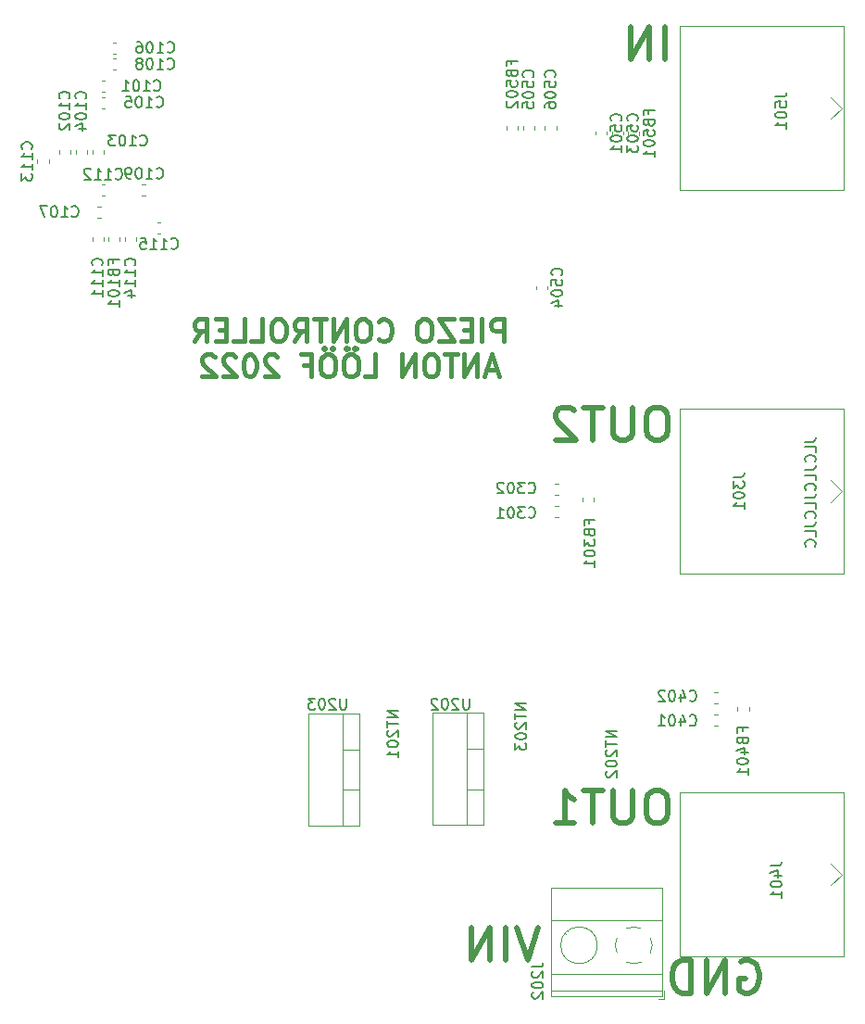
<source format=gbr>
%TF.GenerationSoftware,KiCad,Pcbnew,(6.0.0)*%
%TF.CreationDate,2022-02-27T22:59:39+01:00*%
%TF.ProjectId,board,626f6172-642e-46b6-9963-61645f706362,rev?*%
%TF.SameCoordinates,Original*%
%TF.FileFunction,Legend,Bot*%
%TF.FilePolarity,Positive*%
%FSLAX46Y46*%
G04 Gerber Fmt 4.6, Leading zero omitted, Abs format (unit mm)*
G04 Created by KiCad (PCBNEW (6.0.0)) date 2022-02-27 22:59:39*
%MOMM*%
%LPD*%
G01*
G04 APERTURE LIST*
%ADD10C,0.400000*%
%ADD11C,0.500000*%
%ADD12C,0.200000*%
%ADD13C,0.150000*%
%ADD14C,0.120000*%
G04 APERTURE END LIST*
D10*
X203095238Y-56794761D02*
X203095238Y-54794761D01*
X202333333Y-54794761D01*
X202142857Y-54890000D01*
X202047619Y-54985238D01*
X201952380Y-55175714D01*
X201952380Y-55461428D01*
X202047619Y-55651904D01*
X202142857Y-55747142D01*
X202333333Y-55842380D01*
X203095238Y-55842380D01*
X201095238Y-56794761D02*
X201095238Y-54794761D01*
X200142857Y-55747142D02*
X199476190Y-55747142D01*
X199190476Y-56794761D02*
X200142857Y-56794761D01*
X200142857Y-54794761D01*
X199190476Y-54794761D01*
X198523809Y-54794761D02*
X197190476Y-54794761D01*
X198523809Y-56794761D01*
X197190476Y-56794761D01*
X196047619Y-54794761D02*
X195666666Y-54794761D01*
X195476190Y-54890000D01*
X195285714Y-55080476D01*
X195190476Y-55461428D01*
X195190476Y-56128095D01*
X195285714Y-56509047D01*
X195476190Y-56699523D01*
X195666666Y-56794761D01*
X196047619Y-56794761D01*
X196238095Y-56699523D01*
X196428571Y-56509047D01*
X196523809Y-56128095D01*
X196523809Y-55461428D01*
X196428571Y-55080476D01*
X196238095Y-54890000D01*
X196047619Y-54794761D01*
X191666666Y-56604285D02*
X191761904Y-56699523D01*
X192047619Y-56794761D01*
X192238095Y-56794761D01*
X192523809Y-56699523D01*
X192714285Y-56509047D01*
X192809523Y-56318571D01*
X192904761Y-55937619D01*
X192904761Y-55651904D01*
X192809523Y-55270952D01*
X192714285Y-55080476D01*
X192523809Y-54890000D01*
X192238095Y-54794761D01*
X192047619Y-54794761D01*
X191761904Y-54890000D01*
X191666666Y-54985238D01*
X190428571Y-54794761D02*
X190047619Y-54794761D01*
X189857142Y-54890000D01*
X189666666Y-55080476D01*
X189571428Y-55461428D01*
X189571428Y-56128095D01*
X189666666Y-56509047D01*
X189857142Y-56699523D01*
X190047619Y-56794761D01*
X190428571Y-56794761D01*
X190619047Y-56699523D01*
X190809523Y-56509047D01*
X190904761Y-56128095D01*
X190904761Y-55461428D01*
X190809523Y-55080476D01*
X190619047Y-54890000D01*
X190428571Y-54794761D01*
X188714285Y-56794761D02*
X188714285Y-54794761D01*
X187571428Y-56794761D01*
X187571428Y-54794761D01*
X186904761Y-54794761D02*
X185761904Y-54794761D01*
X186333333Y-56794761D02*
X186333333Y-54794761D01*
X183952380Y-56794761D02*
X184619047Y-55842380D01*
X185095238Y-56794761D02*
X185095238Y-54794761D01*
X184333333Y-54794761D01*
X184142857Y-54890000D01*
X184047619Y-54985238D01*
X183952380Y-55175714D01*
X183952380Y-55461428D01*
X184047619Y-55651904D01*
X184142857Y-55747142D01*
X184333333Y-55842380D01*
X185095238Y-55842380D01*
X182714285Y-54794761D02*
X182333333Y-54794761D01*
X182142857Y-54890000D01*
X181952380Y-55080476D01*
X181857142Y-55461428D01*
X181857142Y-56128095D01*
X181952380Y-56509047D01*
X182142857Y-56699523D01*
X182333333Y-56794761D01*
X182714285Y-56794761D01*
X182904761Y-56699523D01*
X183095238Y-56509047D01*
X183190476Y-56128095D01*
X183190476Y-55461428D01*
X183095238Y-55080476D01*
X182904761Y-54890000D01*
X182714285Y-54794761D01*
X180047619Y-56794761D02*
X181000000Y-56794761D01*
X181000000Y-54794761D01*
X178428571Y-56794761D02*
X179380952Y-56794761D01*
X179380952Y-54794761D01*
X177761904Y-55747142D02*
X177095238Y-55747142D01*
X176809523Y-56794761D02*
X177761904Y-56794761D01*
X177761904Y-54794761D01*
X176809523Y-54794761D01*
X174809523Y-56794761D02*
X175476190Y-55842380D01*
X175952380Y-56794761D02*
X175952380Y-54794761D01*
X175190476Y-54794761D01*
X175000000Y-54890000D01*
X174904761Y-54985238D01*
X174809523Y-55175714D01*
X174809523Y-55461428D01*
X174904761Y-55651904D01*
X175000000Y-55747142D01*
X175190476Y-55842380D01*
X175952380Y-55842380D01*
X202476190Y-59443333D02*
X201523809Y-59443333D01*
X202666666Y-60014761D02*
X202000000Y-58014761D01*
X201333333Y-60014761D01*
X200666666Y-60014761D02*
X200666666Y-58014761D01*
X199523809Y-60014761D01*
X199523809Y-58014761D01*
X198857142Y-58014761D02*
X197714285Y-58014761D01*
X198285714Y-60014761D02*
X198285714Y-58014761D01*
X196666666Y-58014761D02*
X196285714Y-58014761D01*
X196095238Y-58110000D01*
X195904761Y-58300476D01*
X195809523Y-58681428D01*
X195809523Y-59348095D01*
X195904761Y-59729047D01*
X196095238Y-59919523D01*
X196285714Y-60014761D01*
X196666666Y-60014761D01*
X196857142Y-59919523D01*
X197047619Y-59729047D01*
X197142857Y-59348095D01*
X197142857Y-58681428D01*
X197047619Y-58300476D01*
X196857142Y-58110000D01*
X196666666Y-58014761D01*
X194952380Y-60014761D02*
X194952380Y-58014761D01*
X193809523Y-60014761D01*
X193809523Y-58014761D01*
X190380952Y-60014761D02*
X191333333Y-60014761D01*
X191333333Y-58014761D01*
X189333333Y-58014761D02*
X188952380Y-58014761D01*
X188761904Y-58110000D01*
X188571428Y-58300476D01*
X188476190Y-58681428D01*
X188476190Y-59348095D01*
X188571428Y-59729047D01*
X188761904Y-59919523D01*
X188952380Y-60014761D01*
X189333333Y-60014761D01*
X189523809Y-59919523D01*
X189714285Y-59729047D01*
X189809523Y-59348095D01*
X189809523Y-58681428D01*
X189714285Y-58300476D01*
X189523809Y-58110000D01*
X189333333Y-58014761D01*
X189523809Y-57348095D02*
X189428571Y-57443333D01*
X189523809Y-57538571D01*
X189619047Y-57443333D01*
X189523809Y-57348095D01*
X189523809Y-57538571D01*
X188761904Y-57348095D02*
X188666666Y-57443333D01*
X188761904Y-57538571D01*
X188857142Y-57443333D01*
X188761904Y-57348095D01*
X188761904Y-57538571D01*
X187238095Y-58014761D02*
X186857142Y-58014761D01*
X186666666Y-58110000D01*
X186476190Y-58300476D01*
X186380952Y-58681428D01*
X186380952Y-59348095D01*
X186476190Y-59729047D01*
X186666666Y-59919523D01*
X186857142Y-60014761D01*
X187238095Y-60014761D01*
X187428571Y-59919523D01*
X187619047Y-59729047D01*
X187714285Y-59348095D01*
X187714285Y-58681428D01*
X187619047Y-58300476D01*
X187428571Y-58110000D01*
X187238095Y-58014761D01*
X187428571Y-57348095D02*
X187333333Y-57443333D01*
X187428571Y-57538571D01*
X187523809Y-57443333D01*
X187428571Y-57348095D01*
X187428571Y-57538571D01*
X186666666Y-57348095D02*
X186571428Y-57443333D01*
X186666666Y-57538571D01*
X186761904Y-57443333D01*
X186666666Y-57348095D01*
X186666666Y-57538571D01*
X184857142Y-58967142D02*
X185523809Y-58967142D01*
X185523809Y-60014761D02*
X185523809Y-58014761D01*
X184571428Y-58014761D01*
X182380952Y-58205238D02*
X182285714Y-58110000D01*
X182095238Y-58014761D01*
X181619047Y-58014761D01*
X181428571Y-58110000D01*
X181333333Y-58205238D01*
X181238095Y-58395714D01*
X181238095Y-58586190D01*
X181333333Y-58871904D01*
X182476190Y-60014761D01*
X181238095Y-60014761D01*
X180000000Y-58014761D02*
X179809523Y-58014761D01*
X179619047Y-58110000D01*
X179523809Y-58205238D01*
X179428571Y-58395714D01*
X179333333Y-58776666D01*
X179333333Y-59252857D01*
X179428571Y-59633809D01*
X179523809Y-59824285D01*
X179619047Y-59919523D01*
X179809523Y-60014761D01*
X180000000Y-60014761D01*
X180190476Y-59919523D01*
X180285714Y-59824285D01*
X180380952Y-59633809D01*
X180476190Y-59252857D01*
X180476190Y-58776666D01*
X180380952Y-58395714D01*
X180285714Y-58205238D01*
X180190476Y-58110000D01*
X180000000Y-58014761D01*
X178571428Y-58205238D02*
X178476190Y-58110000D01*
X178285714Y-58014761D01*
X177809523Y-58014761D01*
X177619047Y-58110000D01*
X177523809Y-58205238D01*
X177428571Y-58395714D01*
X177428571Y-58586190D01*
X177523809Y-58871904D01*
X178666666Y-60014761D01*
X177428571Y-60014761D01*
X176666666Y-58205238D02*
X176571428Y-58110000D01*
X176380952Y-58014761D01*
X175904761Y-58014761D01*
X175714285Y-58110000D01*
X175619047Y-58205238D01*
X175523809Y-58395714D01*
X175523809Y-58586190D01*
X175619047Y-58871904D01*
X176761904Y-60014761D01*
X175523809Y-60014761D01*
D11*
X224785714Y-113500000D02*
X225071428Y-113357142D01*
X225500000Y-113357142D01*
X225928571Y-113500000D01*
X226214285Y-113785714D01*
X226357142Y-114071428D01*
X226500000Y-114642857D01*
X226500000Y-115071428D01*
X226357142Y-115642857D01*
X226214285Y-115928571D01*
X225928571Y-116214285D01*
X225500000Y-116357142D01*
X225214285Y-116357142D01*
X224785714Y-116214285D01*
X224642857Y-116071428D01*
X224642857Y-115071428D01*
X225214285Y-115071428D01*
X223357142Y-116357142D02*
X223357142Y-113357142D01*
X221642857Y-116357142D01*
X221642857Y-113357142D01*
X220214285Y-116357142D02*
X220214285Y-113357142D01*
X219500000Y-113357142D01*
X219071428Y-113500000D01*
X218785714Y-113785714D01*
X218642857Y-114071428D01*
X218500000Y-114642857D01*
X218500000Y-115071428D01*
X218642857Y-115642857D01*
X218785714Y-115928571D01*
X219071428Y-116214285D01*
X219500000Y-116357142D01*
X220214285Y-116357142D01*
X206285714Y-110357142D02*
X205285714Y-113357142D01*
X204285714Y-110357142D01*
X203285714Y-113357142D02*
X203285714Y-110357142D01*
X201857142Y-113357142D02*
X201857142Y-110357142D01*
X200142857Y-113357142D01*
X200142857Y-110357142D01*
X217428571Y-97857142D02*
X216857142Y-97857142D01*
X216571428Y-98000000D01*
X216285714Y-98285714D01*
X216142857Y-98857142D01*
X216142857Y-99857142D01*
X216285714Y-100428571D01*
X216571428Y-100714285D01*
X216857142Y-100857142D01*
X217428571Y-100857142D01*
X217714285Y-100714285D01*
X218000000Y-100428571D01*
X218142857Y-99857142D01*
X218142857Y-98857142D01*
X218000000Y-98285714D01*
X217714285Y-98000000D01*
X217428571Y-97857142D01*
X214857142Y-97857142D02*
X214857142Y-100285714D01*
X214714285Y-100571428D01*
X214571428Y-100714285D01*
X214285714Y-100857142D01*
X213714285Y-100857142D01*
X213428571Y-100714285D01*
X213285714Y-100571428D01*
X213142857Y-100285714D01*
X213142857Y-97857142D01*
X212142857Y-97857142D02*
X210428571Y-97857142D01*
X211285714Y-100857142D02*
X211285714Y-97857142D01*
X207857142Y-100857142D02*
X209571428Y-100857142D01*
X208714285Y-100857142D02*
X208714285Y-97857142D01*
X209000000Y-98285714D01*
X209285714Y-98571428D01*
X209571428Y-98714285D01*
X217428571Y-62857142D02*
X216857142Y-62857142D01*
X216571428Y-63000000D01*
X216285714Y-63285714D01*
X216142857Y-63857142D01*
X216142857Y-64857142D01*
X216285714Y-65428571D01*
X216571428Y-65714285D01*
X216857142Y-65857142D01*
X217428571Y-65857142D01*
X217714285Y-65714285D01*
X218000000Y-65428571D01*
X218142857Y-64857142D01*
X218142857Y-63857142D01*
X218000000Y-63285714D01*
X217714285Y-63000000D01*
X217428571Y-62857142D01*
X214857142Y-62857142D02*
X214857142Y-65285714D01*
X214714285Y-65571428D01*
X214571428Y-65714285D01*
X214285714Y-65857142D01*
X213714285Y-65857142D01*
X213428571Y-65714285D01*
X213285714Y-65571428D01*
X213142857Y-65285714D01*
X213142857Y-62857142D01*
X212142857Y-62857142D02*
X210428571Y-62857142D01*
X211285714Y-65857142D02*
X211285714Y-62857142D01*
X209571428Y-63142857D02*
X209428571Y-63000000D01*
X209142857Y-62857142D01*
X208428571Y-62857142D01*
X208142857Y-63000000D01*
X208000000Y-63142857D01*
X207857142Y-63428571D01*
X207857142Y-63714285D01*
X208000000Y-64142857D01*
X209714285Y-65857142D01*
X207857142Y-65857142D01*
X217871428Y-31057142D02*
X217871428Y-28057142D01*
X216442857Y-31057142D02*
X216442857Y-28057142D01*
X214728571Y-31057142D01*
X214728571Y-28057142D01*
D12*
X230652380Y-65980952D02*
X231366666Y-65980952D01*
X231509523Y-65933333D01*
X231604761Y-65838095D01*
X231652380Y-65695238D01*
X231652380Y-65600000D01*
X231652380Y-66933333D02*
X231652380Y-66457142D01*
X230652380Y-66457142D01*
X231557142Y-67838095D02*
X231604761Y-67790476D01*
X231652380Y-67647619D01*
X231652380Y-67552380D01*
X231604761Y-67409523D01*
X231509523Y-67314285D01*
X231414285Y-67266666D01*
X231223809Y-67219047D01*
X231080952Y-67219047D01*
X230890476Y-67266666D01*
X230795238Y-67314285D01*
X230700000Y-67409523D01*
X230652380Y-67552380D01*
X230652380Y-67647619D01*
X230700000Y-67790476D01*
X230747619Y-67838095D01*
X230652380Y-68552380D02*
X231366666Y-68552380D01*
X231509523Y-68504761D01*
X231604761Y-68409523D01*
X231652380Y-68266666D01*
X231652380Y-68171428D01*
X231652380Y-69504761D02*
X231652380Y-69028571D01*
X230652380Y-69028571D01*
X231557142Y-70409523D02*
X231604761Y-70361904D01*
X231652380Y-70219047D01*
X231652380Y-70123809D01*
X231604761Y-69980952D01*
X231509523Y-69885714D01*
X231414285Y-69838095D01*
X231223809Y-69790476D01*
X231080952Y-69790476D01*
X230890476Y-69838095D01*
X230795238Y-69885714D01*
X230700000Y-69980952D01*
X230652380Y-70123809D01*
X230652380Y-70219047D01*
X230700000Y-70361904D01*
X230747619Y-70409523D01*
X230652380Y-71123809D02*
X231366666Y-71123809D01*
X231509523Y-71076190D01*
X231604761Y-70980952D01*
X231652380Y-70838095D01*
X231652380Y-70742857D01*
X231652380Y-72076190D02*
X231652380Y-71600000D01*
X230652380Y-71600000D01*
X231557142Y-72980952D02*
X231604761Y-72933333D01*
X231652380Y-72790476D01*
X231652380Y-72695238D01*
X231604761Y-72552380D01*
X231509523Y-72457142D01*
X231414285Y-72409523D01*
X231223809Y-72361904D01*
X231080952Y-72361904D01*
X230890476Y-72409523D01*
X230795238Y-72457142D01*
X230700000Y-72552380D01*
X230652380Y-72695238D01*
X230652380Y-72790476D01*
X230700000Y-72933333D01*
X230747619Y-72980952D01*
X230652380Y-73695238D02*
X231366666Y-73695238D01*
X231509523Y-73647619D01*
X231604761Y-73552380D01*
X231652380Y-73409523D01*
X231652380Y-73314285D01*
X231652380Y-74647619D02*
X231652380Y-74171428D01*
X230652380Y-74171428D01*
X231557142Y-75552380D02*
X231604761Y-75504761D01*
X231652380Y-75361904D01*
X231652380Y-75266666D01*
X231604761Y-75123809D01*
X231509523Y-75028571D01*
X231414285Y-74980952D01*
X231223809Y-74933333D01*
X231080952Y-74933333D01*
X230890476Y-74980952D01*
X230795238Y-75028571D01*
X230700000Y-75123809D01*
X230652380Y-75266666D01*
X230652380Y-75361904D01*
X230700000Y-75504761D01*
X230747619Y-75552380D01*
D13*
%TO.C,FB501*%
X216358571Y-36014285D02*
X216358571Y-35680952D01*
X216882380Y-35680952D02*
X215882380Y-35680952D01*
X215882380Y-36157142D01*
X216358571Y-36871428D02*
X216406190Y-37014285D01*
X216453809Y-37061904D01*
X216549047Y-37109523D01*
X216691904Y-37109523D01*
X216787142Y-37061904D01*
X216834761Y-37014285D01*
X216882380Y-36919047D01*
X216882380Y-36538095D01*
X215882380Y-36538095D01*
X215882380Y-36871428D01*
X215930000Y-36966666D01*
X215977619Y-37014285D01*
X216072857Y-37061904D01*
X216168095Y-37061904D01*
X216263333Y-37014285D01*
X216310952Y-36966666D01*
X216358571Y-36871428D01*
X216358571Y-36538095D01*
X215882380Y-38014285D02*
X215882380Y-37538095D01*
X216358571Y-37490476D01*
X216310952Y-37538095D01*
X216263333Y-37633333D01*
X216263333Y-37871428D01*
X216310952Y-37966666D01*
X216358571Y-38014285D01*
X216453809Y-38061904D01*
X216691904Y-38061904D01*
X216787142Y-38014285D01*
X216834761Y-37966666D01*
X216882380Y-37871428D01*
X216882380Y-37633333D01*
X216834761Y-37538095D01*
X216787142Y-37490476D01*
X215882380Y-38680952D02*
X215882380Y-38776190D01*
X215930000Y-38871428D01*
X215977619Y-38919047D01*
X216072857Y-38966666D01*
X216263333Y-39014285D01*
X216501428Y-39014285D01*
X216691904Y-38966666D01*
X216787142Y-38919047D01*
X216834761Y-38871428D01*
X216882380Y-38776190D01*
X216882380Y-38680952D01*
X216834761Y-38585714D01*
X216787142Y-38538095D01*
X216691904Y-38490476D01*
X216501428Y-38442857D01*
X216263333Y-38442857D01*
X216072857Y-38490476D01*
X215977619Y-38538095D01*
X215930000Y-38585714D01*
X215882380Y-38680952D01*
X216882380Y-39966666D02*
X216882380Y-39395238D01*
X216882380Y-39680952D02*
X215882380Y-39680952D01*
X216025238Y-39585714D01*
X216120476Y-39490476D01*
X216168095Y-39395238D01*
%TO.C,C105*%
X171369047Y-35357142D02*
X171416666Y-35404761D01*
X171559523Y-35452380D01*
X171654761Y-35452380D01*
X171797619Y-35404761D01*
X171892857Y-35309523D01*
X171940476Y-35214285D01*
X171988095Y-35023809D01*
X171988095Y-34880952D01*
X171940476Y-34690476D01*
X171892857Y-34595238D01*
X171797619Y-34500000D01*
X171654761Y-34452380D01*
X171559523Y-34452380D01*
X171416666Y-34500000D01*
X171369047Y-34547619D01*
X170416666Y-35452380D02*
X170988095Y-35452380D01*
X170702380Y-35452380D02*
X170702380Y-34452380D01*
X170797619Y-34595238D01*
X170892857Y-34690476D01*
X170988095Y-34738095D01*
X169797619Y-34452380D02*
X169702380Y-34452380D01*
X169607142Y-34500000D01*
X169559523Y-34547619D01*
X169511904Y-34642857D01*
X169464285Y-34833333D01*
X169464285Y-35071428D01*
X169511904Y-35261904D01*
X169559523Y-35357142D01*
X169607142Y-35404761D01*
X169702380Y-35452380D01*
X169797619Y-35452380D01*
X169892857Y-35404761D01*
X169940476Y-35357142D01*
X169988095Y-35261904D01*
X170035714Y-35071428D01*
X170035714Y-34833333D01*
X169988095Y-34642857D01*
X169940476Y-34547619D01*
X169892857Y-34500000D01*
X169797619Y-34452380D01*
X168559523Y-34452380D02*
X169035714Y-34452380D01*
X169083333Y-34928571D01*
X169035714Y-34880952D01*
X168940476Y-34833333D01*
X168702380Y-34833333D01*
X168607142Y-34880952D01*
X168559523Y-34928571D01*
X168511904Y-35023809D01*
X168511904Y-35261904D01*
X168559523Y-35357142D01*
X168607142Y-35404761D01*
X168702380Y-35452380D01*
X168940476Y-35452380D01*
X169035714Y-35404761D01*
X169083333Y-35357142D01*
%TO.C,C106*%
X172369047Y-30357142D02*
X172416666Y-30404761D01*
X172559523Y-30452380D01*
X172654761Y-30452380D01*
X172797619Y-30404761D01*
X172892857Y-30309523D01*
X172940476Y-30214285D01*
X172988095Y-30023809D01*
X172988095Y-29880952D01*
X172940476Y-29690476D01*
X172892857Y-29595238D01*
X172797619Y-29500000D01*
X172654761Y-29452380D01*
X172559523Y-29452380D01*
X172416666Y-29500000D01*
X172369047Y-29547619D01*
X171416666Y-30452380D02*
X171988095Y-30452380D01*
X171702380Y-30452380D02*
X171702380Y-29452380D01*
X171797619Y-29595238D01*
X171892857Y-29690476D01*
X171988095Y-29738095D01*
X170797619Y-29452380D02*
X170702380Y-29452380D01*
X170607142Y-29500000D01*
X170559523Y-29547619D01*
X170511904Y-29642857D01*
X170464285Y-29833333D01*
X170464285Y-30071428D01*
X170511904Y-30261904D01*
X170559523Y-30357142D01*
X170607142Y-30404761D01*
X170702380Y-30452380D01*
X170797619Y-30452380D01*
X170892857Y-30404761D01*
X170940476Y-30357142D01*
X170988095Y-30261904D01*
X171035714Y-30071428D01*
X171035714Y-29833333D01*
X170988095Y-29642857D01*
X170940476Y-29547619D01*
X170892857Y-29500000D01*
X170797619Y-29452380D01*
X169607142Y-29452380D02*
X169797619Y-29452380D01*
X169892857Y-29500000D01*
X169940476Y-29547619D01*
X170035714Y-29690476D01*
X170083333Y-29880952D01*
X170083333Y-30261904D01*
X170035714Y-30357142D01*
X169988095Y-30404761D01*
X169892857Y-30452380D01*
X169702380Y-30452380D01*
X169607142Y-30404761D01*
X169559523Y-30357142D01*
X169511904Y-30261904D01*
X169511904Y-30023809D01*
X169559523Y-29928571D01*
X169607142Y-29880952D01*
X169702380Y-29833333D01*
X169892857Y-29833333D01*
X169988095Y-29880952D01*
X170035714Y-29928571D01*
X170083333Y-30023809D01*
%TO.C,C301*%
X205369047Y-72857142D02*
X205416666Y-72904761D01*
X205559523Y-72952380D01*
X205654761Y-72952380D01*
X205797619Y-72904761D01*
X205892857Y-72809523D01*
X205940476Y-72714285D01*
X205988095Y-72523809D01*
X205988095Y-72380952D01*
X205940476Y-72190476D01*
X205892857Y-72095238D01*
X205797619Y-72000000D01*
X205654761Y-71952380D01*
X205559523Y-71952380D01*
X205416666Y-72000000D01*
X205369047Y-72047619D01*
X205035714Y-71952380D02*
X204416666Y-71952380D01*
X204750000Y-72333333D01*
X204607142Y-72333333D01*
X204511904Y-72380952D01*
X204464285Y-72428571D01*
X204416666Y-72523809D01*
X204416666Y-72761904D01*
X204464285Y-72857142D01*
X204511904Y-72904761D01*
X204607142Y-72952380D01*
X204892857Y-72952380D01*
X204988095Y-72904761D01*
X205035714Y-72857142D01*
X203797619Y-71952380D02*
X203702380Y-71952380D01*
X203607142Y-72000000D01*
X203559523Y-72047619D01*
X203511904Y-72142857D01*
X203464285Y-72333333D01*
X203464285Y-72571428D01*
X203511904Y-72761904D01*
X203559523Y-72857142D01*
X203607142Y-72904761D01*
X203702380Y-72952380D01*
X203797619Y-72952380D01*
X203892857Y-72904761D01*
X203940476Y-72857142D01*
X203988095Y-72761904D01*
X204035714Y-72571428D01*
X204035714Y-72333333D01*
X203988095Y-72142857D01*
X203940476Y-72047619D01*
X203892857Y-72000000D01*
X203797619Y-71952380D01*
X202511904Y-72952380D02*
X203083333Y-72952380D01*
X202797619Y-72952380D02*
X202797619Y-71952380D01*
X202892857Y-72095238D01*
X202988095Y-72190476D01*
X203083333Y-72238095D01*
%TO.C,C503*%
X215287142Y-36680952D02*
X215334761Y-36633333D01*
X215382380Y-36490476D01*
X215382380Y-36395238D01*
X215334761Y-36252380D01*
X215239523Y-36157142D01*
X215144285Y-36109523D01*
X214953809Y-36061904D01*
X214810952Y-36061904D01*
X214620476Y-36109523D01*
X214525238Y-36157142D01*
X214430000Y-36252380D01*
X214382380Y-36395238D01*
X214382380Y-36490476D01*
X214430000Y-36633333D01*
X214477619Y-36680952D01*
X214382380Y-37585714D02*
X214382380Y-37109523D01*
X214858571Y-37061904D01*
X214810952Y-37109523D01*
X214763333Y-37204761D01*
X214763333Y-37442857D01*
X214810952Y-37538095D01*
X214858571Y-37585714D01*
X214953809Y-37633333D01*
X215191904Y-37633333D01*
X215287142Y-37585714D01*
X215334761Y-37538095D01*
X215382380Y-37442857D01*
X215382380Y-37204761D01*
X215334761Y-37109523D01*
X215287142Y-37061904D01*
X214382380Y-38252380D02*
X214382380Y-38347619D01*
X214430000Y-38442857D01*
X214477619Y-38490476D01*
X214572857Y-38538095D01*
X214763333Y-38585714D01*
X215001428Y-38585714D01*
X215191904Y-38538095D01*
X215287142Y-38490476D01*
X215334761Y-38442857D01*
X215382380Y-38347619D01*
X215382380Y-38252380D01*
X215334761Y-38157142D01*
X215287142Y-38109523D01*
X215191904Y-38061904D01*
X215001428Y-38014285D01*
X214763333Y-38014285D01*
X214572857Y-38061904D01*
X214477619Y-38109523D01*
X214430000Y-38157142D01*
X214382380Y-38252380D01*
X214382380Y-38919047D02*
X214382380Y-39538095D01*
X214763333Y-39204761D01*
X214763333Y-39347619D01*
X214810952Y-39442857D01*
X214858571Y-39490476D01*
X214953809Y-39538095D01*
X215191904Y-39538095D01*
X215287142Y-39490476D01*
X215334761Y-39442857D01*
X215382380Y-39347619D01*
X215382380Y-39061904D01*
X215334761Y-38966666D01*
X215287142Y-38919047D01*
%TO.C,C109*%
X171369047Y-41857142D02*
X171416666Y-41904761D01*
X171559523Y-41952380D01*
X171654761Y-41952380D01*
X171797619Y-41904761D01*
X171892857Y-41809523D01*
X171940476Y-41714285D01*
X171988095Y-41523809D01*
X171988095Y-41380952D01*
X171940476Y-41190476D01*
X171892857Y-41095238D01*
X171797619Y-41000000D01*
X171654761Y-40952380D01*
X171559523Y-40952380D01*
X171416666Y-41000000D01*
X171369047Y-41047619D01*
X170416666Y-41952380D02*
X170988095Y-41952380D01*
X170702380Y-41952380D02*
X170702380Y-40952380D01*
X170797619Y-41095238D01*
X170892857Y-41190476D01*
X170988095Y-41238095D01*
X169797619Y-40952380D02*
X169702380Y-40952380D01*
X169607142Y-41000000D01*
X169559523Y-41047619D01*
X169511904Y-41142857D01*
X169464285Y-41333333D01*
X169464285Y-41571428D01*
X169511904Y-41761904D01*
X169559523Y-41857142D01*
X169607142Y-41904761D01*
X169702380Y-41952380D01*
X169797619Y-41952380D01*
X169892857Y-41904761D01*
X169940476Y-41857142D01*
X169988095Y-41761904D01*
X170035714Y-41571428D01*
X170035714Y-41333333D01*
X169988095Y-41142857D01*
X169940476Y-41047619D01*
X169892857Y-41000000D01*
X169797619Y-40952380D01*
X168988095Y-41952380D02*
X168797619Y-41952380D01*
X168702380Y-41904761D01*
X168654761Y-41857142D01*
X168559523Y-41714285D01*
X168511904Y-41523809D01*
X168511904Y-41142857D01*
X168559523Y-41047619D01*
X168607142Y-41000000D01*
X168702380Y-40952380D01*
X168892857Y-40952380D01*
X168988095Y-41000000D01*
X169035714Y-41047619D01*
X169083333Y-41142857D01*
X169083333Y-41380952D01*
X169035714Y-41476190D01*
X168988095Y-41523809D01*
X168892857Y-41571428D01*
X168702380Y-41571428D01*
X168607142Y-41523809D01*
X168559523Y-41476190D01*
X168511904Y-41380952D01*
%TO.C,C112*%
X167619047Y-41927142D02*
X167666666Y-41974761D01*
X167809523Y-42022380D01*
X167904761Y-42022380D01*
X168047619Y-41974761D01*
X168142857Y-41879523D01*
X168190476Y-41784285D01*
X168238095Y-41593809D01*
X168238095Y-41450952D01*
X168190476Y-41260476D01*
X168142857Y-41165238D01*
X168047619Y-41070000D01*
X167904761Y-41022380D01*
X167809523Y-41022380D01*
X167666666Y-41070000D01*
X167619047Y-41117619D01*
X166666666Y-42022380D02*
X167238095Y-42022380D01*
X166952380Y-42022380D02*
X166952380Y-41022380D01*
X167047619Y-41165238D01*
X167142857Y-41260476D01*
X167238095Y-41308095D01*
X165714285Y-42022380D02*
X166285714Y-42022380D01*
X166000000Y-42022380D02*
X166000000Y-41022380D01*
X166095238Y-41165238D01*
X166190476Y-41260476D01*
X166285714Y-41308095D01*
X165333333Y-41117619D02*
X165285714Y-41070000D01*
X165190476Y-41022380D01*
X164952380Y-41022380D01*
X164857142Y-41070000D01*
X164809523Y-41117619D01*
X164761904Y-41212857D01*
X164761904Y-41308095D01*
X164809523Y-41450952D01*
X165380952Y-42022380D01*
X164761904Y-42022380D01*
%TO.C,C504*%
X208387142Y-50780952D02*
X208434761Y-50733333D01*
X208482380Y-50590476D01*
X208482380Y-50495238D01*
X208434761Y-50352380D01*
X208339523Y-50257142D01*
X208244285Y-50209523D01*
X208053809Y-50161904D01*
X207910952Y-50161904D01*
X207720476Y-50209523D01*
X207625238Y-50257142D01*
X207530000Y-50352380D01*
X207482380Y-50495238D01*
X207482380Y-50590476D01*
X207530000Y-50733333D01*
X207577619Y-50780952D01*
X207482380Y-51685714D02*
X207482380Y-51209523D01*
X207958571Y-51161904D01*
X207910952Y-51209523D01*
X207863333Y-51304761D01*
X207863333Y-51542857D01*
X207910952Y-51638095D01*
X207958571Y-51685714D01*
X208053809Y-51733333D01*
X208291904Y-51733333D01*
X208387142Y-51685714D01*
X208434761Y-51638095D01*
X208482380Y-51542857D01*
X208482380Y-51304761D01*
X208434761Y-51209523D01*
X208387142Y-51161904D01*
X207482380Y-52352380D02*
X207482380Y-52447619D01*
X207530000Y-52542857D01*
X207577619Y-52590476D01*
X207672857Y-52638095D01*
X207863333Y-52685714D01*
X208101428Y-52685714D01*
X208291904Y-52638095D01*
X208387142Y-52590476D01*
X208434761Y-52542857D01*
X208482380Y-52447619D01*
X208482380Y-52352380D01*
X208434761Y-52257142D01*
X208387142Y-52209523D01*
X208291904Y-52161904D01*
X208101428Y-52114285D01*
X207863333Y-52114285D01*
X207672857Y-52161904D01*
X207577619Y-52209523D01*
X207530000Y-52257142D01*
X207482380Y-52352380D01*
X207815714Y-53542857D02*
X208482380Y-53542857D01*
X207434761Y-53304761D02*
X208149047Y-53066666D01*
X208149047Y-53685714D01*
%TO.C,C113*%
X159927142Y-39243452D02*
X159974761Y-39195833D01*
X160022380Y-39052976D01*
X160022380Y-38957738D01*
X159974761Y-38814880D01*
X159879523Y-38719642D01*
X159784285Y-38672023D01*
X159593809Y-38624404D01*
X159450952Y-38624404D01*
X159260476Y-38672023D01*
X159165238Y-38719642D01*
X159070000Y-38814880D01*
X159022380Y-38957738D01*
X159022380Y-39052976D01*
X159070000Y-39195833D01*
X159117619Y-39243452D01*
X160022380Y-40195833D02*
X160022380Y-39624404D01*
X160022380Y-39910119D02*
X159022380Y-39910119D01*
X159165238Y-39814880D01*
X159260476Y-39719642D01*
X159308095Y-39624404D01*
X160022380Y-41148214D02*
X160022380Y-40576785D01*
X160022380Y-40862500D02*
X159022380Y-40862500D01*
X159165238Y-40767261D01*
X159260476Y-40672023D01*
X159308095Y-40576785D01*
X159022380Y-41481547D02*
X159022380Y-42100595D01*
X159403333Y-41767261D01*
X159403333Y-41910119D01*
X159450952Y-42005357D01*
X159498571Y-42052976D01*
X159593809Y-42100595D01*
X159831904Y-42100595D01*
X159927142Y-42052976D01*
X159974761Y-42005357D01*
X160022380Y-41910119D01*
X160022380Y-41624404D01*
X159974761Y-41529166D01*
X159927142Y-41481547D01*
%TO.C,C104*%
X164857142Y-34630952D02*
X164904761Y-34583333D01*
X164952380Y-34440476D01*
X164952380Y-34345238D01*
X164904761Y-34202380D01*
X164809523Y-34107142D01*
X164714285Y-34059523D01*
X164523809Y-34011904D01*
X164380952Y-34011904D01*
X164190476Y-34059523D01*
X164095238Y-34107142D01*
X164000000Y-34202380D01*
X163952380Y-34345238D01*
X163952380Y-34440476D01*
X164000000Y-34583333D01*
X164047619Y-34630952D01*
X164952380Y-35583333D02*
X164952380Y-35011904D01*
X164952380Y-35297619D02*
X163952380Y-35297619D01*
X164095238Y-35202380D01*
X164190476Y-35107142D01*
X164238095Y-35011904D01*
X163952380Y-36202380D02*
X163952380Y-36297619D01*
X164000000Y-36392857D01*
X164047619Y-36440476D01*
X164142857Y-36488095D01*
X164333333Y-36535714D01*
X164571428Y-36535714D01*
X164761904Y-36488095D01*
X164857142Y-36440476D01*
X164904761Y-36392857D01*
X164952380Y-36297619D01*
X164952380Y-36202380D01*
X164904761Y-36107142D01*
X164857142Y-36059523D01*
X164761904Y-36011904D01*
X164571428Y-35964285D01*
X164333333Y-35964285D01*
X164142857Y-36011904D01*
X164047619Y-36059523D01*
X164000000Y-36107142D01*
X163952380Y-36202380D01*
X164285714Y-37392857D02*
X164952380Y-37392857D01*
X163904761Y-37154761D02*
X164619047Y-36916666D01*
X164619047Y-37535714D01*
%TO.C,C108*%
X172369047Y-31857142D02*
X172416666Y-31904761D01*
X172559523Y-31952380D01*
X172654761Y-31952380D01*
X172797619Y-31904761D01*
X172892857Y-31809523D01*
X172940476Y-31714285D01*
X172988095Y-31523809D01*
X172988095Y-31380952D01*
X172940476Y-31190476D01*
X172892857Y-31095238D01*
X172797619Y-31000000D01*
X172654761Y-30952380D01*
X172559523Y-30952380D01*
X172416666Y-31000000D01*
X172369047Y-31047619D01*
X171416666Y-31952380D02*
X171988095Y-31952380D01*
X171702380Y-31952380D02*
X171702380Y-30952380D01*
X171797619Y-31095238D01*
X171892857Y-31190476D01*
X171988095Y-31238095D01*
X170797619Y-30952380D02*
X170702380Y-30952380D01*
X170607142Y-31000000D01*
X170559523Y-31047619D01*
X170511904Y-31142857D01*
X170464285Y-31333333D01*
X170464285Y-31571428D01*
X170511904Y-31761904D01*
X170559523Y-31857142D01*
X170607142Y-31904761D01*
X170702380Y-31952380D01*
X170797619Y-31952380D01*
X170892857Y-31904761D01*
X170940476Y-31857142D01*
X170988095Y-31761904D01*
X171035714Y-31571428D01*
X171035714Y-31333333D01*
X170988095Y-31142857D01*
X170940476Y-31047619D01*
X170892857Y-31000000D01*
X170797619Y-30952380D01*
X169892857Y-31380952D02*
X169988095Y-31333333D01*
X170035714Y-31285714D01*
X170083333Y-31190476D01*
X170083333Y-31142857D01*
X170035714Y-31047619D01*
X169988095Y-31000000D01*
X169892857Y-30952380D01*
X169702380Y-30952380D01*
X169607142Y-31000000D01*
X169559523Y-31047619D01*
X169511904Y-31142857D01*
X169511904Y-31190476D01*
X169559523Y-31285714D01*
X169607142Y-31333333D01*
X169702380Y-31380952D01*
X169892857Y-31380952D01*
X169988095Y-31428571D01*
X170035714Y-31476190D01*
X170083333Y-31571428D01*
X170083333Y-31761904D01*
X170035714Y-31857142D01*
X169988095Y-31904761D01*
X169892857Y-31952380D01*
X169702380Y-31952380D01*
X169607142Y-31904761D01*
X169559523Y-31857142D01*
X169511904Y-31761904D01*
X169511904Y-31571428D01*
X169559523Y-31476190D01*
X169607142Y-31428571D01*
X169702380Y-31380952D01*
%TO.C,C501*%
X213787142Y-36680952D02*
X213834761Y-36633333D01*
X213882380Y-36490476D01*
X213882380Y-36395238D01*
X213834761Y-36252380D01*
X213739523Y-36157142D01*
X213644285Y-36109523D01*
X213453809Y-36061904D01*
X213310952Y-36061904D01*
X213120476Y-36109523D01*
X213025238Y-36157142D01*
X212930000Y-36252380D01*
X212882380Y-36395238D01*
X212882380Y-36490476D01*
X212930000Y-36633333D01*
X212977619Y-36680952D01*
X212882380Y-37585714D02*
X212882380Y-37109523D01*
X213358571Y-37061904D01*
X213310952Y-37109523D01*
X213263333Y-37204761D01*
X213263333Y-37442857D01*
X213310952Y-37538095D01*
X213358571Y-37585714D01*
X213453809Y-37633333D01*
X213691904Y-37633333D01*
X213787142Y-37585714D01*
X213834761Y-37538095D01*
X213882380Y-37442857D01*
X213882380Y-37204761D01*
X213834761Y-37109523D01*
X213787142Y-37061904D01*
X212882380Y-38252380D02*
X212882380Y-38347619D01*
X212930000Y-38442857D01*
X212977619Y-38490476D01*
X213072857Y-38538095D01*
X213263333Y-38585714D01*
X213501428Y-38585714D01*
X213691904Y-38538095D01*
X213787142Y-38490476D01*
X213834761Y-38442857D01*
X213882380Y-38347619D01*
X213882380Y-38252380D01*
X213834761Y-38157142D01*
X213787142Y-38109523D01*
X213691904Y-38061904D01*
X213501428Y-38014285D01*
X213263333Y-38014285D01*
X213072857Y-38061904D01*
X212977619Y-38109523D01*
X212930000Y-38157142D01*
X212882380Y-38252380D01*
X213882380Y-39538095D02*
X213882380Y-38966666D01*
X213882380Y-39252380D02*
X212882380Y-39252380D01*
X213025238Y-39157142D01*
X213120476Y-39061904D01*
X213168095Y-38966666D01*
%TO.C,C103*%
X169869047Y-38857142D02*
X169916666Y-38904761D01*
X170059523Y-38952380D01*
X170154761Y-38952380D01*
X170297619Y-38904761D01*
X170392857Y-38809523D01*
X170440476Y-38714285D01*
X170488095Y-38523809D01*
X170488095Y-38380952D01*
X170440476Y-38190476D01*
X170392857Y-38095238D01*
X170297619Y-38000000D01*
X170154761Y-37952380D01*
X170059523Y-37952380D01*
X169916666Y-38000000D01*
X169869047Y-38047619D01*
X168916666Y-38952380D02*
X169488095Y-38952380D01*
X169202380Y-38952380D02*
X169202380Y-37952380D01*
X169297619Y-38095238D01*
X169392857Y-38190476D01*
X169488095Y-38238095D01*
X168297619Y-37952380D02*
X168202380Y-37952380D01*
X168107142Y-38000000D01*
X168059523Y-38047619D01*
X168011904Y-38142857D01*
X167964285Y-38333333D01*
X167964285Y-38571428D01*
X168011904Y-38761904D01*
X168059523Y-38857142D01*
X168107142Y-38904761D01*
X168202380Y-38952380D01*
X168297619Y-38952380D01*
X168392857Y-38904761D01*
X168440476Y-38857142D01*
X168488095Y-38761904D01*
X168535714Y-38571428D01*
X168535714Y-38333333D01*
X168488095Y-38142857D01*
X168440476Y-38047619D01*
X168392857Y-38000000D01*
X168297619Y-37952380D01*
X167630952Y-37952380D02*
X167011904Y-37952380D01*
X167345238Y-38333333D01*
X167202380Y-38333333D01*
X167107142Y-38380952D01*
X167059523Y-38428571D01*
X167011904Y-38523809D01*
X167011904Y-38761904D01*
X167059523Y-38857142D01*
X167107142Y-38904761D01*
X167202380Y-38952380D01*
X167488095Y-38952380D01*
X167583333Y-38904761D01*
X167630952Y-38857142D01*
%TO.C,C401*%
X220119047Y-91857142D02*
X220166666Y-91904761D01*
X220309523Y-91952380D01*
X220404761Y-91952380D01*
X220547619Y-91904761D01*
X220642857Y-91809523D01*
X220690476Y-91714285D01*
X220738095Y-91523809D01*
X220738095Y-91380952D01*
X220690476Y-91190476D01*
X220642857Y-91095238D01*
X220547619Y-91000000D01*
X220404761Y-90952380D01*
X220309523Y-90952380D01*
X220166666Y-91000000D01*
X220119047Y-91047619D01*
X219261904Y-91285714D02*
X219261904Y-91952380D01*
X219500000Y-90904761D02*
X219738095Y-91619047D01*
X219119047Y-91619047D01*
X218547619Y-90952380D02*
X218452380Y-90952380D01*
X218357142Y-91000000D01*
X218309523Y-91047619D01*
X218261904Y-91142857D01*
X218214285Y-91333333D01*
X218214285Y-91571428D01*
X218261904Y-91761904D01*
X218309523Y-91857142D01*
X218357142Y-91904761D01*
X218452380Y-91952380D01*
X218547619Y-91952380D01*
X218642857Y-91904761D01*
X218690476Y-91857142D01*
X218738095Y-91761904D01*
X218785714Y-91571428D01*
X218785714Y-91333333D01*
X218738095Y-91142857D01*
X218690476Y-91047619D01*
X218642857Y-91000000D01*
X218547619Y-90952380D01*
X217261904Y-91952380D02*
X217833333Y-91952380D01*
X217547619Y-91952380D02*
X217547619Y-90952380D01*
X217642857Y-91095238D01*
X217738095Y-91190476D01*
X217833333Y-91238095D01*
%TO.C,C114*%
X169357142Y-49880952D02*
X169404761Y-49833333D01*
X169452380Y-49690476D01*
X169452380Y-49595238D01*
X169404761Y-49452380D01*
X169309523Y-49357142D01*
X169214285Y-49309523D01*
X169023809Y-49261904D01*
X168880952Y-49261904D01*
X168690476Y-49309523D01*
X168595238Y-49357142D01*
X168500000Y-49452380D01*
X168452380Y-49595238D01*
X168452380Y-49690476D01*
X168500000Y-49833333D01*
X168547619Y-49880952D01*
X169452380Y-50833333D02*
X169452380Y-50261904D01*
X169452380Y-50547619D02*
X168452380Y-50547619D01*
X168595238Y-50452380D01*
X168690476Y-50357142D01*
X168738095Y-50261904D01*
X169452380Y-51785714D02*
X169452380Y-51214285D01*
X169452380Y-51500000D02*
X168452380Y-51500000D01*
X168595238Y-51404761D01*
X168690476Y-51309523D01*
X168738095Y-51214285D01*
X168785714Y-52642857D02*
X169452380Y-52642857D01*
X168404761Y-52404761D02*
X169119047Y-52166666D01*
X169119047Y-52785714D01*
%TO.C,C115*%
X172719047Y-48287142D02*
X172766666Y-48334761D01*
X172909523Y-48382380D01*
X173004761Y-48382380D01*
X173147619Y-48334761D01*
X173242857Y-48239523D01*
X173290476Y-48144285D01*
X173338095Y-47953809D01*
X173338095Y-47810952D01*
X173290476Y-47620476D01*
X173242857Y-47525238D01*
X173147619Y-47430000D01*
X173004761Y-47382380D01*
X172909523Y-47382380D01*
X172766666Y-47430000D01*
X172719047Y-47477619D01*
X171766666Y-48382380D02*
X172338095Y-48382380D01*
X172052380Y-48382380D02*
X172052380Y-47382380D01*
X172147619Y-47525238D01*
X172242857Y-47620476D01*
X172338095Y-47668095D01*
X170814285Y-48382380D02*
X171385714Y-48382380D01*
X171100000Y-48382380D02*
X171100000Y-47382380D01*
X171195238Y-47525238D01*
X171290476Y-47620476D01*
X171385714Y-47668095D01*
X169909523Y-47382380D02*
X170385714Y-47382380D01*
X170433333Y-47858571D01*
X170385714Y-47810952D01*
X170290476Y-47763333D01*
X170052380Y-47763333D01*
X169957142Y-47810952D01*
X169909523Y-47858571D01*
X169861904Y-47953809D01*
X169861904Y-48191904D01*
X169909523Y-48287142D01*
X169957142Y-48334761D01*
X170052380Y-48382380D01*
X170290476Y-48382380D01*
X170385714Y-48334761D01*
X170433333Y-48287142D01*
%TO.C,FB502*%
X203828571Y-31514285D02*
X203828571Y-31180952D01*
X204352380Y-31180952D02*
X203352380Y-31180952D01*
X203352380Y-31657142D01*
X203828571Y-32371428D02*
X203876190Y-32514285D01*
X203923809Y-32561904D01*
X204019047Y-32609523D01*
X204161904Y-32609523D01*
X204257142Y-32561904D01*
X204304761Y-32514285D01*
X204352380Y-32419047D01*
X204352380Y-32038095D01*
X203352380Y-32038095D01*
X203352380Y-32371428D01*
X203400000Y-32466666D01*
X203447619Y-32514285D01*
X203542857Y-32561904D01*
X203638095Y-32561904D01*
X203733333Y-32514285D01*
X203780952Y-32466666D01*
X203828571Y-32371428D01*
X203828571Y-32038095D01*
X203352380Y-33514285D02*
X203352380Y-33038095D01*
X203828571Y-32990476D01*
X203780952Y-33038095D01*
X203733333Y-33133333D01*
X203733333Y-33371428D01*
X203780952Y-33466666D01*
X203828571Y-33514285D01*
X203923809Y-33561904D01*
X204161904Y-33561904D01*
X204257142Y-33514285D01*
X204304761Y-33466666D01*
X204352380Y-33371428D01*
X204352380Y-33133333D01*
X204304761Y-33038095D01*
X204257142Y-32990476D01*
X203352380Y-34180952D02*
X203352380Y-34276190D01*
X203400000Y-34371428D01*
X203447619Y-34419047D01*
X203542857Y-34466666D01*
X203733333Y-34514285D01*
X203971428Y-34514285D01*
X204161904Y-34466666D01*
X204257142Y-34419047D01*
X204304761Y-34371428D01*
X204352380Y-34276190D01*
X204352380Y-34180952D01*
X204304761Y-34085714D01*
X204257142Y-34038095D01*
X204161904Y-33990476D01*
X203971428Y-33942857D01*
X203733333Y-33942857D01*
X203542857Y-33990476D01*
X203447619Y-34038095D01*
X203400000Y-34085714D01*
X203352380Y-34180952D01*
X203447619Y-34895238D02*
X203400000Y-34942857D01*
X203352380Y-35038095D01*
X203352380Y-35276190D01*
X203400000Y-35371428D01*
X203447619Y-35419047D01*
X203542857Y-35466666D01*
X203638095Y-35466666D01*
X203780952Y-35419047D01*
X204352380Y-34847619D01*
X204352380Y-35466666D01*
%TO.C,C506*%
X207757142Y-32680952D02*
X207804761Y-32633333D01*
X207852380Y-32490476D01*
X207852380Y-32395238D01*
X207804761Y-32252380D01*
X207709523Y-32157142D01*
X207614285Y-32109523D01*
X207423809Y-32061904D01*
X207280952Y-32061904D01*
X207090476Y-32109523D01*
X206995238Y-32157142D01*
X206900000Y-32252380D01*
X206852380Y-32395238D01*
X206852380Y-32490476D01*
X206900000Y-32633333D01*
X206947619Y-32680952D01*
X206852380Y-33585714D02*
X206852380Y-33109523D01*
X207328571Y-33061904D01*
X207280952Y-33109523D01*
X207233333Y-33204761D01*
X207233333Y-33442857D01*
X207280952Y-33538095D01*
X207328571Y-33585714D01*
X207423809Y-33633333D01*
X207661904Y-33633333D01*
X207757142Y-33585714D01*
X207804761Y-33538095D01*
X207852380Y-33442857D01*
X207852380Y-33204761D01*
X207804761Y-33109523D01*
X207757142Y-33061904D01*
X206852380Y-34252380D02*
X206852380Y-34347619D01*
X206900000Y-34442857D01*
X206947619Y-34490476D01*
X207042857Y-34538095D01*
X207233333Y-34585714D01*
X207471428Y-34585714D01*
X207661904Y-34538095D01*
X207757142Y-34490476D01*
X207804761Y-34442857D01*
X207852380Y-34347619D01*
X207852380Y-34252380D01*
X207804761Y-34157142D01*
X207757142Y-34109523D01*
X207661904Y-34061904D01*
X207471428Y-34014285D01*
X207233333Y-34014285D01*
X207042857Y-34061904D01*
X206947619Y-34109523D01*
X206900000Y-34157142D01*
X206852380Y-34252380D01*
X206852380Y-35442857D02*
X206852380Y-35252380D01*
X206900000Y-35157142D01*
X206947619Y-35109523D01*
X207090476Y-35014285D01*
X207280952Y-34966666D01*
X207661904Y-34966666D01*
X207757142Y-35014285D01*
X207804761Y-35061904D01*
X207852380Y-35157142D01*
X207852380Y-35347619D01*
X207804761Y-35442857D01*
X207757142Y-35490476D01*
X207661904Y-35538095D01*
X207423809Y-35538095D01*
X207328571Y-35490476D01*
X207280952Y-35442857D01*
X207233333Y-35347619D01*
X207233333Y-35157142D01*
X207280952Y-35061904D01*
X207328571Y-35014285D01*
X207423809Y-34966666D01*
%TO.C,C505*%
X205757142Y-32680952D02*
X205804761Y-32633333D01*
X205852380Y-32490476D01*
X205852380Y-32395238D01*
X205804761Y-32252380D01*
X205709523Y-32157142D01*
X205614285Y-32109523D01*
X205423809Y-32061904D01*
X205280952Y-32061904D01*
X205090476Y-32109523D01*
X204995238Y-32157142D01*
X204900000Y-32252380D01*
X204852380Y-32395238D01*
X204852380Y-32490476D01*
X204900000Y-32633333D01*
X204947619Y-32680952D01*
X204852380Y-33585714D02*
X204852380Y-33109523D01*
X205328571Y-33061904D01*
X205280952Y-33109523D01*
X205233333Y-33204761D01*
X205233333Y-33442857D01*
X205280952Y-33538095D01*
X205328571Y-33585714D01*
X205423809Y-33633333D01*
X205661904Y-33633333D01*
X205757142Y-33585714D01*
X205804761Y-33538095D01*
X205852380Y-33442857D01*
X205852380Y-33204761D01*
X205804761Y-33109523D01*
X205757142Y-33061904D01*
X204852380Y-34252380D02*
X204852380Y-34347619D01*
X204900000Y-34442857D01*
X204947619Y-34490476D01*
X205042857Y-34538095D01*
X205233333Y-34585714D01*
X205471428Y-34585714D01*
X205661904Y-34538095D01*
X205757142Y-34490476D01*
X205804761Y-34442857D01*
X205852380Y-34347619D01*
X205852380Y-34252380D01*
X205804761Y-34157142D01*
X205757142Y-34109523D01*
X205661904Y-34061904D01*
X205471428Y-34014285D01*
X205233333Y-34014285D01*
X205042857Y-34061904D01*
X204947619Y-34109523D01*
X204900000Y-34157142D01*
X204852380Y-34252380D01*
X204852380Y-35490476D02*
X204852380Y-35014285D01*
X205328571Y-34966666D01*
X205280952Y-35014285D01*
X205233333Y-35109523D01*
X205233333Y-35347619D01*
X205280952Y-35442857D01*
X205328571Y-35490476D01*
X205423809Y-35538095D01*
X205661904Y-35538095D01*
X205757142Y-35490476D01*
X205804761Y-35442857D01*
X205852380Y-35347619D01*
X205852380Y-35109523D01*
X205804761Y-35014285D01*
X205757142Y-34966666D01*
%TO.C,C101*%
X171119047Y-33857142D02*
X171166666Y-33904761D01*
X171309523Y-33952380D01*
X171404761Y-33952380D01*
X171547619Y-33904761D01*
X171642857Y-33809523D01*
X171690476Y-33714285D01*
X171738095Y-33523809D01*
X171738095Y-33380952D01*
X171690476Y-33190476D01*
X171642857Y-33095238D01*
X171547619Y-33000000D01*
X171404761Y-32952380D01*
X171309523Y-32952380D01*
X171166666Y-33000000D01*
X171119047Y-33047619D01*
X170166666Y-33952380D02*
X170738095Y-33952380D01*
X170452380Y-33952380D02*
X170452380Y-32952380D01*
X170547619Y-33095238D01*
X170642857Y-33190476D01*
X170738095Y-33238095D01*
X169547619Y-32952380D02*
X169452380Y-32952380D01*
X169357142Y-33000000D01*
X169309523Y-33047619D01*
X169261904Y-33142857D01*
X169214285Y-33333333D01*
X169214285Y-33571428D01*
X169261904Y-33761904D01*
X169309523Y-33857142D01*
X169357142Y-33904761D01*
X169452380Y-33952380D01*
X169547619Y-33952380D01*
X169642857Y-33904761D01*
X169690476Y-33857142D01*
X169738095Y-33761904D01*
X169785714Y-33571428D01*
X169785714Y-33333333D01*
X169738095Y-33142857D01*
X169690476Y-33047619D01*
X169642857Y-33000000D01*
X169547619Y-32952380D01*
X168261904Y-33952380D02*
X168833333Y-33952380D01*
X168547619Y-33952380D02*
X168547619Y-32952380D01*
X168642857Y-33095238D01*
X168738095Y-33190476D01*
X168833333Y-33238095D01*
%TO.C,C302*%
X205369047Y-70607142D02*
X205416666Y-70654761D01*
X205559523Y-70702380D01*
X205654761Y-70702380D01*
X205797619Y-70654761D01*
X205892857Y-70559523D01*
X205940476Y-70464285D01*
X205988095Y-70273809D01*
X205988095Y-70130952D01*
X205940476Y-69940476D01*
X205892857Y-69845238D01*
X205797619Y-69750000D01*
X205654761Y-69702380D01*
X205559523Y-69702380D01*
X205416666Y-69750000D01*
X205369047Y-69797619D01*
X205035714Y-69702380D02*
X204416666Y-69702380D01*
X204750000Y-70083333D01*
X204607142Y-70083333D01*
X204511904Y-70130952D01*
X204464285Y-70178571D01*
X204416666Y-70273809D01*
X204416666Y-70511904D01*
X204464285Y-70607142D01*
X204511904Y-70654761D01*
X204607142Y-70702380D01*
X204892857Y-70702380D01*
X204988095Y-70654761D01*
X205035714Y-70607142D01*
X203797619Y-69702380D02*
X203702380Y-69702380D01*
X203607142Y-69750000D01*
X203559523Y-69797619D01*
X203511904Y-69892857D01*
X203464285Y-70083333D01*
X203464285Y-70321428D01*
X203511904Y-70511904D01*
X203559523Y-70607142D01*
X203607142Y-70654761D01*
X203702380Y-70702380D01*
X203797619Y-70702380D01*
X203892857Y-70654761D01*
X203940476Y-70607142D01*
X203988095Y-70511904D01*
X204035714Y-70321428D01*
X204035714Y-70083333D01*
X203988095Y-69892857D01*
X203940476Y-69797619D01*
X203892857Y-69750000D01*
X203797619Y-69702380D01*
X203083333Y-69797619D02*
X203035714Y-69750000D01*
X202940476Y-69702380D01*
X202702380Y-69702380D01*
X202607142Y-69750000D01*
X202559523Y-69797619D01*
X202511904Y-69892857D01*
X202511904Y-69988095D01*
X202559523Y-70130952D01*
X203130952Y-70702380D01*
X202511904Y-70702380D01*
%TO.C,FB401*%
X224928571Y-92464285D02*
X224928571Y-92130952D01*
X225452380Y-92130952D02*
X224452380Y-92130952D01*
X224452380Y-92607142D01*
X224928571Y-93321428D02*
X224976190Y-93464285D01*
X225023809Y-93511904D01*
X225119047Y-93559523D01*
X225261904Y-93559523D01*
X225357142Y-93511904D01*
X225404761Y-93464285D01*
X225452380Y-93369047D01*
X225452380Y-92988095D01*
X224452380Y-92988095D01*
X224452380Y-93321428D01*
X224500000Y-93416666D01*
X224547619Y-93464285D01*
X224642857Y-93511904D01*
X224738095Y-93511904D01*
X224833333Y-93464285D01*
X224880952Y-93416666D01*
X224928571Y-93321428D01*
X224928571Y-92988095D01*
X224785714Y-94416666D02*
X225452380Y-94416666D01*
X224404761Y-94178571D02*
X225119047Y-93940476D01*
X225119047Y-94559523D01*
X224452380Y-95130952D02*
X224452380Y-95226190D01*
X224500000Y-95321428D01*
X224547619Y-95369047D01*
X224642857Y-95416666D01*
X224833333Y-95464285D01*
X225071428Y-95464285D01*
X225261904Y-95416666D01*
X225357142Y-95369047D01*
X225404761Y-95321428D01*
X225452380Y-95226190D01*
X225452380Y-95130952D01*
X225404761Y-95035714D01*
X225357142Y-94988095D01*
X225261904Y-94940476D01*
X225071428Y-94892857D01*
X224833333Y-94892857D01*
X224642857Y-94940476D01*
X224547619Y-94988095D01*
X224500000Y-95035714D01*
X224452380Y-95130952D01*
X225452380Y-96416666D02*
X225452380Y-95845238D01*
X225452380Y-96130952D02*
X224452380Y-96130952D01*
X224595238Y-96035714D01*
X224690476Y-95940476D01*
X224738095Y-95845238D01*
%TO.C,C102*%
X163357142Y-34630952D02*
X163404761Y-34583333D01*
X163452380Y-34440476D01*
X163452380Y-34345238D01*
X163404761Y-34202380D01*
X163309523Y-34107142D01*
X163214285Y-34059523D01*
X163023809Y-34011904D01*
X162880952Y-34011904D01*
X162690476Y-34059523D01*
X162595238Y-34107142D01*
X162500000Y-34202380D01*
X162452380Y-34345238D01*
X162452380Y-34440476D01*
X162500000Y-34583333D01*
X162547619Y-34630952D01*
X163452380Y-35583333D02*
X163452380Y-35011904D01*
X163452380Y-35297619D02*
X162452380Y-35297619D01*
X162595238Y-35202380D01*
X162690476Y-35107142D01*
X162738095Y-35011904D01*
X162452380Y-36202380D02*
X162452380Y-36297619D01*
X162500000Y-36392857D01*
X162547619Y-36440476D01*
X162642857Y-36488095D01*
X162833333Y-36535714D01*
X163071428Y-36535714D01*
X163261904Y-36488095D01*
X163357142Y-36440476D01*
X163404761Y-36392857D01*
X163452380Y-36297619D01*
X163452380Y-36202380D01*
X163404761Y-36107142D01*
X163357142Y-36059523D01*
X163261904Y-36011904D01*
X163071428Y-35964285D01*
X162833333Y-35964285D01*
X162642857Y-36011904D01*
X162547619Y-36059523D01*
X162500000Y-36107142D01*
X162452380Y-36202380D01*
X162547619Y-36916666D02*
X162500000Y-36964285D01*
X162452380Y-37059523D01*
X162452380Y-37297619D01*
X162500000Y-37392857D01*
X162547619Y-37440476D01*
X162642857Y-37488095D01*
X162738095Y-37488095D01*
X162880952Y-37440476D01*
X163452380Y-36869047D01*
X163452380Y-37488095D01*
%TO.C,C111*%
X166357142Y-49880952D02*
X166404761Y-49833333D01*
X166452380Y-49690476D01*
X166452380Y-49595238D01*
X166404761Y-49452380D01*
X166309523Y-49357142D01*
X166214285Y-49309523D01*
X166023809Y-49261904D01*
X165880952Y-49261904D01*
X165690476Y-49309523D01*
X165595238Y-49357142D01*
X165500000Y-49452380D01*
X165452380Y-49595238D01*
X165452380Y-49690476D01*
X165500000Y-49833333D01*
X165547619Y-49880952D01*
X166452380Y-50833333D02*
X166452380Y-50261904D01*
X166452380Y-50547619D02*
X165452380Y-50547619D01*
X165595238Y-50452380D01*
X165690476Y-50357142D01*
X165738095Y-50261904D01*
X166452380Y-51785714D02*
X166452380Y-51214285D01*
X166452380Y-51500000D02*
X165452380Y-51500000D01*
X165595238Y-51404761D01*
X165690476Y-51309523D01*
X165738095Y-51214285D01*
X166452380Y-52738095D02*
X166452380Y-52166666D01*
X166452380Y-52452380D02*
X165452380Y-52452380D01*
X165595238Y-52357142D01*
X165690476Y-52261904D01*
X165738095Y-52166666D01*
%TO.C,C107*%
X163619047Y-45357142D02*
X163666666Y-45404761D01*
X163809523Y-45452380D01*
X163904761Y-45452380D01*
X164047619Y-45404761D01*
X164142857Y-45309523D01*
X164190476Y-45214285D01*
X164238095Y-45023809D01*
X164238095Y-44880952D01*
X164190476Y-44690476D01*
X164142857Y-44595238D01*
X164047619Y-44500000D01*
X163904761Y-44452380D01*
X163809523Y-44452380D01*
X163666666Y-44500000D01*
X163619047Y-44547619D01*
X162666666Y-45452380D02*
X163238095Y-45452380D01*
X162952380Y-45452380D02*
X162952380Y-44452380D01*
X163047619Y-44595238D01*
X163142857Y-44690476D01*
X163238095Y-44738095D01*
X162047619Y-44452380D02*
X161952380Y-44452380D01*
X161857142Y-44500000D01*
X161809523Y-44547619D01*
X161761904Y-44642857D01*
X161714285Y-44833333D01*
X161714285Y-45071428D01*
X161761904Y-45261904D01*
X161809523Y-45357142D01*
X161857142Y-45404761D01*
X161952380Y-45452380D01*
X162047619Y-45452380D01*
X162142857Y-45404761D01*
X162190476Y-45357142D01*
X162238095Y-45261904D01*
X162285714Y-45071428D01*
X162285714Y-44833333D01*
X162238095Y-44642857D01*
X162190476Y-44547619D01*
X162142857Y-44500000D01*
X162047619Y-44452380D01*
X161380952Y-44452380D02*
X160714285Y-44452380D01*
X161142857Y-45452380D01*
%TO.C,C402*%
X220119047Y-89607142D02*
X220166666Y-89654761D01*
X220309523Y-89702380D01*
X220404761Y-89702380D01*
X220547619Y-89654761D01*
X220642857Y-89559523D01*
X220690476Y-89464285D01*
X220738095Y-89273809D01*
X220738095Y-89130952D01*
X220690476Y-88940476D01*
X220642857Y-88845238D01*
X220547619Y-88750000D01*
X220404761Y-88702380D01*
X220309523Y-88702380D01*
X220166666Y-88750000D01*
X220119047Y-88797619D01*
X219261904Y-89035714D02*
X219261904Y-89702380D01*
X219500000Y-88654761D02*
X219738095Y-89369047D01*
X219119047Y-89369047D01*
X218547619Y-88702380D02*
X218452380Y-88702380D01*
X218357142Y-88750000D01*
X218309523Y-88797619D01*
X218261904Y-88892857D01*
X218214285Y-89083333D01*
X218214285Y-89321428D01*
X218261904Y-89511904D01*
X218309523Y-89607142D01*
X218357142Y-89654761D01*
X218452380Y-89702380D01*
X218547619Y-89702380D01*
X218642857Y-89654761D01*
X218690476Y-89607142D01*
X218738095Y-89511904D01*
X218785714Y-89321428D01*
X218785714Y-89083333D01*
X218738095Y-88892857D01*
X218690476Y-88797619D01*
X218642857Y-88750000D01*
X218547619Y-88702380D01*
X217833333Y-88797619D02*
X217785714Y-88750000D01*
X217690476Y-88702380D01*
X217452380Y-88702380D01*
X217357142Y-88750000D01*
X217309523Y-88797619D01*
X217261904Y-88892857D01*
X217261904Y-88988095D01*
X217309523Y-89130952D01*
X217880952Y-89702380D01*
X217261904Y-89702380D01*
%TO.C,FB101*%
X167428571Y-49714285D02*
X167428571Y-49380952D01*
X167952380Y-49380952D02*
X166952380Y-49380952D01*
X166952380Y-49857142D01*
X167428571Y-50571428D02*
X167476190Y-50714285D01*
X167523809Y-50761904D01*
X167619047Y-50809523D01*
X167761904Y-50809523D01*
X167857142Y-50761904D01*
X167904761Y-50714285D01*
X167952380Y-50619047D01*
X167952380Y-50238095D01*
X166952380Y-50238095D01*
X166952380Y-50571428D01*
X167000000Y-50666666D01*
X167047619Y-50714285D01*
X167142857Y-50761904D01*
X167238095Y-50761904D01*
X167333333Y-50714285D01*
X167380952Y-50666666D01*
X167428571Y-50571428D01*
X167428571Y-50238095D01*
X167952380Y-51761904D02*
X167952380Y-51190476D01*
X167952380Y-51476190D02*
X166952380Y-51476190D01*
X167095238Y-51380952D01*
X167190476Y-51285714D01*
X167238095Y-51190476D01*
X166952380Y-52380952D02*
X166952380Y-52476190D01*
X167000000Y-52571428D01*
X167047619Y-52619047D01*
X167142857Y-52666666D01*
X167333333Y-52714285D01*
X167571428Y-52714285D01*
X167761904Y-52666666D01*
X167857142Y-52619047D01*
X167904761Y-52571428D01*
X167952380Y-52476190D01*
X167952380Y-52380952D01*
X167904761Y-52285714D01*
X167857142Y-52238095D01*
X167761904Y-52190476D01*
X167571428Y-52142857D01*
X167333333Y-52142857D01*
X167142857Y-52190476D01*
X167047619Y-52238095D01*
X167000000Y-52285714D01*
X166952380Y-52380952D01*
X167952380Y-53666666D02*
X167952380Y-53095238D01*
X167952380Y-53380952D02*
X166952380Y-53380952D01*
X167095238Y-53285714D01*
X167190476Y-53190476D01*
X167238095Y-53095238D01*
%TO.C,FB301*%
X210928571Y-73464285D02*
X210928571Y-73130952D01*
X211452380Y-73130952D02*
X210452380Y-73130952D01*
X210452380Y-73607142D01*
X210928571Y-74321428D02*
X210976190Y-74464285D01*
X211023809Y-74511904D01*
X211119047Y-74559523D01*
X211261904Y-74559523D01*
X211357142Y-74511904D01*
X211404761Y-74464285D01*
X211452380Y-74369047D01*
X211452380Y-73988095D01*
X210452380Y-73988095D01*
X210452380Y-74321428D01*
X210500000Y-74416666D01*
X210547619Y-74464285D01*
X210642857Y-74511904D01*
X210738095Y-74511904D01*
X210833333Y-74464285D01*
X210880952Y-74416666D01*
X210928571Y-74321428D01*
X210928571Y-73988095D01*
X210452380Y-74892857D02*
X210452380Y-75511904D01*
X210833333Y-75178571D01*
X210833333Y-75321428D01*
X210880952Y-75416666D01*
X210928571Y-75464285D01*
X211023809Y-75511904D01*
X211261904Y-75511904D01*
X211357142Y-75464285D01*
X211404761Y-75416666D01*
X211452380Y-75321428D01*
X211452380Y-75035714D01*
X211404761Y-74940476D01*
X211357142Y-74892857D01*
X210452380Y-76130952D02*
X210452380Y-76226190D01*
X210500000Y-76321428D01*
X210547619Y-76369047D01*
X210642857Y-76416666D01*
X210833333Y-76464285D01*
X211071428Y-76464285D01*
X211261904Y-76416666D01*
X211357142Y-76369047D01*
X211404761Y-76321428D01*
X211452380Y-76226190D01*
X211452380Y-76130952D01*
X211404761Y-76035714D01*
X211357142Y-75988095D01*
X211261904Y-75940476D01*
X211071428Y-75892857D01*
X210833333Y-75892857D01*
X210642857Y-75940476D01*
X210547619Y-75988095D01*
X210500000Y-76035714D01*
X210452380Y-76130952D01*
X211452380Y-77416666D02*
X211452380Y-76845238D01*
X211452380Y-77130952D02*
X210452380Y-77130952D01*
X210595238Y-77035714D01*
X210690476Y-76940476D01*
X210738095Y-76845238D01*
%TO.C,NT202*%
X213452380Y-92404761D02*
X212452380Y-92404761D01*
X213452380Y-92976190D01*
X212452380Y-92976190D01*
X212452380Y-93309523D02*
X212452380Y-93880952D01*
X213452380Y-93595238D02*
X212452380Y-93595238D01*
X212547619Y-94166666D02*
X212500000Y-94214285D01*
X212452380Y-94309523D01*
X212452380Y-94547619D01*
X212500000Y-94642857D01*
X212547619Y-94690476D01*
X212642857Y-94738095D01*
X212738095Y-94738095D01*
X212880952Y-94690476D01*
X213452380Y-94119047D01*
X213452380Y-94738095D01*
X212452380Y-95357142D02*
X212452380Y-95452380D01*
X212500000Y-95547619D01*
X212547619Y-95595238D01*
X212642857Y-95642857D01*
X212833333Y-95690476D01*
X213071428Y-95690476D01*
X213261904Y-95642857D01*
X213357142Y-95595238D01*
X213404761Y-95547619D01*
X213452380Y-95452380D01*
X213452380Y-95357142D01*
X213404761Y-95261904D01*
X213357142Y-95214285D01*
X213261904Y-95166666D01*
X213071428Y-95119047D01*
X212833333Y-95119047D01*
X212642857Y-95166666D01*
X212547619Y-95214285D01*
X212500000Y-95261904D01*
X212452380Y-95357142D01*
X212547619Y-96071428D02*
X212500000Y-96119047D01*
X212452380Y-96214285D01*
X212452380Y-96452380D01*
X212500000Y-96547619D01*
X212547619Y-96595238D01*
X212642857Y-96642857D01*
X212738095Y-96642857D01*
X212880952Y-96595238D01*
X213452380Y-96023809D01*
X213452380Y-96642857D01*
%TO.C,U202*%
X199964285Y-89452380D02*
X199964285Y-90261904D01*
X199916666Y-90357142D01*
X199869047Y-90404761D01*
X199773809Y-90452380D01*
X199583333Y-90452380D01*
X199488095Y-90404761D01*
X199440476Y-90357142D01*
X199392857Y-90261904D01*
X199392857Y-89452380D01*
X198964285Y-89547619D02*
X198916666Y-89500000D01*
X198821428Y-89452380D01*
X198583333Y-89452380D01*
X198488095Y-89500000D01*
X198440476Y-89547619D01*
X198392857Y-89642857D01*
X198392857Y-89738095D01*
X198440476Y-89880952D01*
X199011904Y-90452380D01*
X198392857Y-90452380D01*
X197773809Y-89452380D02*
X197678571Y-89452380D01*
X197583333Y-89500000D01*
X197535714Y-89547619D01*
X197488095Y-89642857D01*
X197440476Y-89833333D01*
X197440476Y-90071428D01*
X197488095Y-90261904D01*
X197535714Y-90357142D01*
X197583333Y-90404761D01*
X197678571Y-90452380D01*
X197773809Y-90452380D01*
X197869047Y-90404761D01*
X197916666Y-90357142D01*
X197964285Y-90261904D01*
X198011904Y-90071428D01*
X198011904Y-89833333D01*
X197964285Y-89642857D01*
X197916666Y-89547619D01*
X197869047Y-89500000D01*
X197773809Y-89452380D01*
X197059523Y-89547619D02*
X197011904Y-89500000D01*
X196916666Y-89452380D01*
X196678571Y-89452380D01*
X196583333Y-89500000D01*
X196535714Y-89547619D01*
X196488095Y-89642857D01*
X196488095Y-89738095D01*
X196535714Y-89880952D01*
X197107142Y-90452380D01*
X196488095Y-90452380D01*
%TO.C,J202*%
X205702380Y-113964285D02*
X206416666Y-113964285D01*
X206559523Y-113916666D01*
X206654761Y-113821428D01*
X206702380Y-113678571D01*
X206702380Y-113583333D01*
X205797619Y-114392857D02*
X205750000Y-114440476D01*
X205702380Y-114535714D01*
X205702380Y-114773809D01*
X205750000Y-114869047D01*
X205797619Y-114916666D01*
X205892857Y-114964285D01*
X205988095Y-114964285D01*
X206130952Y-114916666D01*
X206702380Y-114345238D01*
X206702380Y-114964285D01*
X205702380Y-115583333D02*
X205702380Y-115678571D01*
X205750000Y-115773809D01*
X205797619Y-115821428D01*
X205892857Y-115869047D01*
X206083333Y-115916666D01*
X206321428Y-115916666D01*
X206511904Y-115869047D01*
X206607142Y-115821428D01*
X206654761Y-115773809D01*
X206702380Y-115678571D01*
X206702380Y-115583333D01*
X206654761Y-115488095D01*
X206607142Y-115440476D01*
X206511904Y-115392857D01*
X206321428Y-115345238D01*
X206083333Y-115345238D01*
X205892857Y-115392857D01*
X205797619Y-115440476D01*
X205750000Y-115488095D01*
X205702380Y-115583333D01*
X205797619Y-116297619D02*
X205750000Y-116345238D01*
X205702380Y-116440476D01*
X205702380Y-116678571D01*
X205750000Y-116773809D01*
X205797619Y-116821428D01*
X205892857Y-116869047D01*
X205988095Y-116869047D01*
X206130952Y-116821428D01*
X206702380Y-116250000D01*
X206702380Y-116869047D01*
%TO.C,NT203*%
X205174880Y-89894761D02*
X204174880Y-89894761D01*
X205174880Y-90466190D01*
X204174880Y-90466190D01*
X204174880Y-90799523D02*
X204174880Y-91370952D01*
X205174880Y-91085238D02*
X204174880Y-91085238D01*
X204270119Y-91656666D02*
X204222500Y-91704285D01*
X204174880Y-91799523D01*
X204174880Y-92037619D01*
X204222500Y-92132857D01*
X204270119Y-92180476D01*
X204365357Y-92228095D01*
X204460595Y-92228095D01*
X204603452Y-92180476D01*
X205174880Y-91609047D01*
X205174880Y-92228095D01*
X204174880Y-92847142D02*
X204174880Y-92942380D01*
X204222500Y-93037619D01*
X204270119Y-93085238D01*
X204365357Y-93132857D01*
X204555833Y-93180476D01*
X204793928Y-93180476D01*
X204984404Y-93132857D01*
X205079642Y-93085238D01*
X205127261Y-93037619D01*
X205174880Y-92942380D01*
X205174880Y-92847142D01*
X205127261Y-92751904D01*
X205079642Y-92704285D01*
X204984404Y-92656666D01*
X204793928Y-92609047D01*
X204555833Y-92609047D01*
X204365357Y-92656666D01*
X204270119Y-92704285D01*
X204222500Y-92751904D01*
X204174880Y-92847142D01*
X204174880Y-93513809D02*
X204174880Y-94132857D01*
X204555833Y-93799523D01*
X204555833Y-93942380D01*
X204603452Y-94037619D01*
X204651071Y-94085238D01*
X204746309Y-94132857D01*
X204984404Y-94132857D01*
X205079642Y-94085238D01*
X205127261Y-94037619D01*
X205174880Y-93942380D01*
X205174880Y-93656666D01*
X205127261Y-93561428D01*
X205079642Y-93513809D01*
%TO.C,J401*%
X227509880Y-104744285D02*
X228224166Y-104744285D01*
X228367023Y-104696666D01*
X228462261Y-104601428D01*
X228509880Y-104458571D01*
X228509880Y-104363333D01*
X227843214Y-105649047D02*
X228509880Y-105649047D01*
X227462261Y-105410952D02*
X228176547Y-105172857D01*
X228176547Y-105791904D01*
X227509880Y-106363333D02*
X227509880Y-106458571D01*
X227557500Y-106553809D01*
X227605119Y-106601428D01*
X227700357Y-106649047D01*
X227890833Y-106696666D01*
X228128928Y-106696666D01*
X228319404Y-106649047D01*
X228414642Y-106601428D01*
X228462261Y-106553809D01*
X228509880Y-106458571D01*
X228509880Y-106363333D01*
X228462261Y-106268095D01*
X228414642Y-106220476D01*
X228319404Y-106172857D01*
X228128928Y-106125238D01*
X227890833Y-106125238D01*
X227700357Y-106172857D01*
X227605119Y-106220476D01*
X227557500Y-106268095D01*
X227509880Y-106363333D01*
X228509880Y-107649047D02*
X228509880Y-107077619D01*
X228509880Y-107363333D02*
X227509880Y-107363333D01*
X227652738Y-107268095D01*
X227747976Y-107172857D01*
X227795595Y-107077619D01*
%TO.C,U203*%
X188728035Y-89452380D02*
X188728035Y-90261904D01*
X188680416Y-90357142D01*
X188632797Y-90404761D01*
X188537559Y-90452380D01*
X188347083Y-90452380D01*
X188251845Y-90404761D01*
X188204226Y-90357142D01*
X188156607Y-90261904D01*
X188156607Y-89452380D01*
X187728035Y-89547619D02*
X187680416Y-89500000D01*
X187585178Y-89452380D01*
X187347083Y-89452380D01*
X187251845Y-89500000D01*
X187204226Y-89547619D01*
X187156607Y-89642857D01*
X187156607Y-89738095D01*
X187204226Y-89880952D01*
X187775654Y-90452380D01*
X187156607Y-90452380D01*
X186537559Y-89452380D02*
X186442321Y-89452380D01*
X186347083Y-89500000D01*
X186299464Y-89547619D01*
X186251845Y-89642857D01*
X186204226Y-89833333D01*
X186204226Y-90071428D01*
X186251845Y-90261904D01*
X186299464Y-90357142D01*
X186347083Y-90404761D01*
X186442321Y-90452380D01*
X186537559Y-90452380D01*
X186632797Y-90404761D01*
X186680416Y-90357142D01*
X186728035Y-90261904D01*
X186775654Y-90071428D01*
X186775654Y-89833333D01*
X186728035Y-89642857D01*
X186680416Y-89547619D01*
X186632797Y-89500000D01*
X186537559Y-89452380D01*
X185870892Y-89452380D02*
X185251845Y-89452380D01*
X185585178Y-89833333D01*
X185442321Y-89833333D01*
X185347083Y-89880952D01*
X185299464Y-89928571D01*
X185251845Y-90023809D01*
X185251845Y-90261904D01*
X185299464Y-90357142D01*
X185347083Y-90404761D01*
X185442321Y-90452380D01*
X185728035Y-90452380D01*
X185823273Y-90404761D01*
X185870892Y-90357142D01*
%TO.C,J301*%
X224102380Y-69214285D02*
X224816666Y-69214285D01*
X224959523Y-69166666D01*
X225054761Y-69071428D01*
X225102380Y-68928571D01*
X225102380Y-68833333D01*
X224102380Y-69595238D02*
X224102380Y-70214285D01*
X224483333Y-69880952D01*
X224483333Y-70023809D01*
X224530952Y-70119047D01*
X224578571Y-70166666D01*
X224673809Y-70214285D01*
X224911904Y-70214285D01*
X225007142Y-70166666D01*
X225054761Y-70119047D01*
X225102380Y-70023809D01*
X225102380Y-69738095D01*
X225054761Y-69642857D01*
X225007142Y-69595238D01*
X224102380Y-70833333D02*
X224102380Y-70928571D01*
X224150000Y-71023809D01*
X224197619Y-71071428D01*
X224292857Y-71119047D01*
X224483333Y-71166666D01*
X224721428Y-71166666D01*
X224911904Y-71119047D01*
X225007142Y-71071428D01*
X225054761Y-71023809D01*
X225102380Y-70928571D01*
X225102380Y-70833333D01*
X225054761Y-70738095D01*
X225007142Y-70690476D01*
X224911904Y-70642857D01*
X224721428Y-70595238D01*
X224483333Y-70595238D01*
X224292857Y-70642857D01*
X224197619Y-70690476D01*
X224150000Y-70738095D01*
X224102380Y-70833333D01*
X225102380Y-72119047D02*
X225102380Y-71547619D01*
X225102380Y-71833333D02*
X224102380Y-71833333D01*
X224245238Y-71738095D01*
X224340476Y-71642857D01*
X224388095Y-71547619D01*
%TO.C,NT201*%
X193452380Y-90596011D02*
X192452380Y-90596011D01*
X193452380Y-91167440D01*
X192452380Y-91167440D01*
X192452380Y-91500773D02*
X192452380Y-92072202D01*
X193452380Y-91786488D02*
X192452380Y-91786488D01*
X192547619Y-92357916D02*
X192500000Y-92405535D01*
X192452380Y-92500773D01*
X192452380Y-92738869D01*
X192500000Y-92834107D01*
X192547619Y-92881726D01*
X192642857Y-92929345D01*
X192738095Y-92929345D01*
X192880952Y-92881726D01*
X193452380Y-92310297D01*
X193452380Y-92929345D01*
X192452380Y-93548392D02*
X192452380Y-93643630D01*
X192500000Y-93738869D01*
X192547619Y-93786488D01*
X192642857Y-93834107D01*
X192833333Y-93881726D01*
X193071428Y-93881726D01*
X193261904Y-93834107D01*
X193357142Y-93786488D01*
X193404761Y-93738869D01*
X193452380Y-93643630D01*
X193452380Y-93548392D01*
X193404761Y-93453154D01*
X193357142Y-93405535D01*
X193261904Y-93357916D01*
X193071428Y-93310297D01*
X192833333Y-93310297D01*
X192642857Y-93357916D01*
X192547619Y-93405535D01*
X192500000Y-93453154D01*
X192452380Y-93548392D01*
X193452380Y-94834107D02*
X193452380Y-94262678D01*
X193452380Y-94548392D02*
X192452380Y-94548392D01*
X192595238Y-94453154D01*
X192690476Y-94357916D01*
X192738095Y-94262678D01*
%TO.C,J501*%
X227952380Y-34464285D02*
X228666666Y-34464285D01*
X228809523Y-34416666D01*
X228904761Y-34321428D01*
X228952380Y-34178571D01*
X228952380Y-34083333D01*
X227952380Y-35416666D02*
X227952380Y-34940476D01*
X228428571Y-34892857D01*
X228380952Y-34940476D01*
X228333333Y-35035714D01*
X228333333Y-35273809D01*
X228380952Y-35369047D01*
X228428571Y-35416666D01*
X228523809Y-35464285D01*
X228761904Y-35464285D01*
X228857142Y-35416666D01*
X228904761Y-35369047D01*
X228952380Y-35273809D01*
X228952380Y-35035714D01*
X228904761Y-34940476D01*
X228857142Y-34892857D01*
X227952380Y-36083333D02*
X227952380Y-36178571D01*
X228000000Y-36273809D01*
X228047619Y-36321428D01*
X228142857Y-36369047D01*
X228333333Y-36416666D01*
X228571428Y-36416666D01*
X228761904Y-36369047D01*
X228857142Y-36321428D01*
X228904761Y-36273809D01*
X228952380Y-36178571D01*
X228952380Y-36083333D01*
X228904761Y-35988095D01*
X228857142Y-35940476D01*
X228761904Y-35892857D01*
X228571428Y-35845238D01*
X228333333Y-35845238D01*
X228142857Y-35892857D01*
X228047619Y-35940476D01*
X228000000Y-35988095D01*
X227952380Y-36083333D01*
X228952380Y-37369047D02*
X228952380Y-36797619D01*
X228952380Y-37083333D02*
X227952380Y-37083333D01*
X228095238Y-36988095D01*
X228190476Y-36892857D01*
X228238095Y-36797619D01*
D14*
%TO.C,FB501*%
X214490000Y-37971267D02*
X214490000Y-37628733D01*
X215510000Y-37971267D02*
X215510000Y-37628733D01*
%TO.C,C105*%
X166353733Y-34490000D02*
X166646267Y-34490000D01*
X166353733Y-35510000D02*
X166646267Y-35510000D01*
%TO.C,C106*%
X167353733Y-30510000D02*
X167646267Y-30510000D01*
X167353733Y-29490000D02*
X167646267Y-29490000D01*
%TO.C,C301*%
X208087339Y-71850000D02*
X207794805Y-71850000D01*
X208087339Y-72870000D02*
X207794805Y-72870000D01*
%TO.C,C503*%
X212990000Y-37946267D02*
X212990000Y-37653733D01*
X214010000Y-37946267D02*
X214010000Y-37653733D01*
%TO.C,C109*%
X170053733Y-43510000D02*
X170346267Y-43510000D01*
X170053733Y-42490000D02*
X170346267Y-42490000D01*
%TO.C,C112*%
X166646267Y-42490000D02*
X166353733Y-42490000D01*
X166646267Y-43510000D02*
X166353733Y-43510000D01*
%TO.C,C504*%
X207110000Y-52046267D02*
X207110000Y-51753733D01*
X206090000Y-52046267D02*
X206090000Y-51753733D01*
%TO.C,C113*%
X161510000Y-40216233D02*
X161510000Y-40508767D01*
X160490000Y-40216233D02*
X160490000Y-40508767D01*
%TO.C,C104*%
X163990000Y-39353733D02*
X163990000Y-39646267D01*
X165010000Y-39353733D02*
X165010000Y-39646267D01*
%TO.C,C108*%
X167353733Y-30990000D02*
X167646267Y-30990000D01*
X167353733Y-32010000D02*
X167646267Y-32010000D01*
%TO.C,C501*%
X212510000Y-37946267D02*
X212510000Y-37653733D01*
X211490000Y-37946267D02*
X211490000Y-37653733D01*
%TO.C,C103*%
X166510000Y-39353733D02*
X166510000Y-39646267D01*
X165490000Y-39353733D02*
X165490000Y-39646267D01*
%TO.C,C401*%
X222656267Y-91890000D02*
X222363733Y-91890000D01*
X222656267Y-90870000D02*
X222363733Y-90870000D01*
%TO.C,C114*%
X169510000Y-47341233D02*
X169510000Y-47633767D01*
X168490000Y-47341233D02*
X168490000Y-47633767D01*
%TO.C,C115*%
X171453733Y-45990000D02*
X171746267Y-45990000D01*
X171453733Y-47010000D02*
X171746267Y-47010000D01*
%TO.C,FB502*%
X203390000Y-37128733D02*
X203390000Y-37471267D01*
X204410000Y-37128733D02*
X204410000Y-37471267D01*
%TO.C,C506*%
X206890000Y-37446267D02*
X206890000Y-37153733D01*
X207910000Y-37446267D02*
X207910000Y-37153733D01*
%TO.C,C505*%
X204890000Y-37446267D02*
X204890000Y-37153733D01*
X205910000Y-37446267D02*
X205910000Y-37153733D01*
%TO.C,C101*%
X166353733Y-32990000D02*
X166646267Y-32990000D01*
X166353733Y-34010000D02*
X166646267Y-34010000D01*
%TO.C,C302*%
X208087339Y-69850000D02*
X207794805Y-69850000D01*
X208087339Y-70870000D02*
X207794805Y-70870000D01*
%TO.C,FB401*%
X224500000Y-90208733D02*
X224500000Y-90551267D01*
X225520000Y-90208733D02*
X225520000Y-90551267D01*
%TO.C,C102*%
X162490000Y-39353733D02*
X162490000Y-39646267D01*
X163510000Y-39353733D02*
X163510000Y-39646267D01*
%TO.C,C111*%
X166510000Y-47633767D02*
X166510000Y-47341233D01*
X165490000Y-47633767D02*
X165490000Y-47341233D01*
%TO.C,C107*%
X166283767Y-44490000D02*
X165991233Y-44490000D01*
X166283767Y-45510000D02*
X165991233Y-45510000D01*
%TO.C,C402*%
X222656267Y-89890000D02*
X222363733Y-89890000D01*
X222656267Y-88870000D02*
X222363733Y-88870000D01*
%TO.C,FB101*%
X168010000Y-47671267D02*
X168010000Y-47328733D01*
X166990000Y-47671267D02*
X166990000Y-47328733D01*
%TO.C,FB301*%
X211310000Y-71401267D02*
X211310000Y-71058733D01*
X210290000Y-71401267D02*
X210290000Y-71058733D01*
%TO.C,U202*%
X201237500Y-90770000D02*
X196596500Y-90770000D01*
X199727500Y-101010000D02*
X199727500Y-90770000D01*
X196596500Y-101010000D02*
X196596500Y-90770000D01*
X201237500Y-101010000D02*
X196596500Y-101010000D01*
X201237500Y-94039000D02*
X199727500Y-94039000D01*
X201237500Y-101010000D02*
X201237500Y-90770000D01*
X201237500Y-97740000D02*
X199727500Y-97740000D01*
%TO.C,J202*%
X211227000Y-113023000D02*
X211274000Y-113069000D01*
X217560000Y-116660000D02*
X207440000Y-116660000D01*
X207440000Y-106739000D02*
X207440000Y-116660000D01*
X217800000Y-116900000D02*
X217300000Y-116900000D01*
X217560000Y-109699000D02*
X207440000Y-109699000D01*
X208725000Y-110931000D02*
X208772000Y-110977000D01*
X217560000Y-106739000D02*
X207440000Y-106739000D01*
X217800000Y-116160000D02*
X217800000Y-116900000D01*
X217560000Y-106739000D02*
X217560000Y-116660000D01*
X217560000Y-114600000D02*
X207440000Y-114600000D01*
X217560000Y-116100000D02*
X207440000Y-116100000D01*
X208930000Y-110725000D02*
X208965000Y-110761000D01*
X211034000Y-113239000D02*
X211069000Y-113274000D01*
X215683042Y-110464573D02*
G75*
G03*
X214316000Y-110465000I-683041J-1535420D01*
G01*
X216535427Y-112683042D02*
G75*
G03*
X216535000Y-111316000I-1535420J683041D01*
G01*
X213464573Y-111316958D02*
G75*
G03*
X213465000Y-112684000I1535420J-683041D01*
G01*
X214316682Y-113534756D02*
G75*
G03*
X215000000Y-113680000I683317J1534748D01*
G01*
X214971195Y-113680253D02*
G75*
G03*
X215684000Y-113535000I28806J1680254D01*
G01*
X211680000Y-112000000D02*
G75*
G03*
X211680000Y-112000000I-1680000J0D01*
G01*
%TO.C,J401*%
X234207500Y-98030000D02*
X219207500Y-98030000D01*
X219207500Y-113030000D02*
X234207500Y-113030000D01*
X234007500Y-105530000D02*
X233007500Y-104530000D01*
X219207500Y-98030000D02*
X219207500Y-113030000D01*
X234007500Y-105530000D02*
X233007500Y-106530000D01*
X234207500Y-113030000D02*
X234207500Y-98030000D01*
%TO.C,U203*%
X185292750Y-101061250D02*
X185292750Y-90821250D01*
X189933750Y-90821250D02*
X185292750Y-90821250D01*
X189933750Y-101061250D02*
X189933750Y-90821250D01*
X189933750Y-97791250D02*
X188423750Y-97791250D01*
X189933750Y-101061250D02*
X185292750Y-101061250D01*
X188423750Y-101061250D02*
X188423750Y-90821250D01*
X189933750Y-94090250D02*
X188423750Y-94090250D01*
%TO.C,J301*%
X234000000Y-70500000D02*
X233000000Y-71500000D01*
X219200000Y-78000000D02*
X234200000Y-78000000D01*
X234200000Y-63000000D02*
X219200000Y-63000000D01*
X234200000Y-78000000D02*
X234200000Y-63000000D01*
X234000000Y-70500000D02*
X233000000Y-69500000D01*
X219200000Y-63000000D02*
X219200000Y-78000000D01*
%TO.C,J501*%
X219200000Y-43000000D02*
X234200000Y-43000000D01*
X234000000Y-35500000D02*
X233000000Y-34500000D01*
X234000000Y-35500000D02*
X233000000Y-36500000D01*
X234200000Y-28000000D02*
X219200000Y-28000000D01*
X234200000Y-43000000D02*
X234200000Y-28000000D01*
X219200000Y-28000000D02*
X219200000Y-43000000D01*
%TD*%
M02*

</source>
